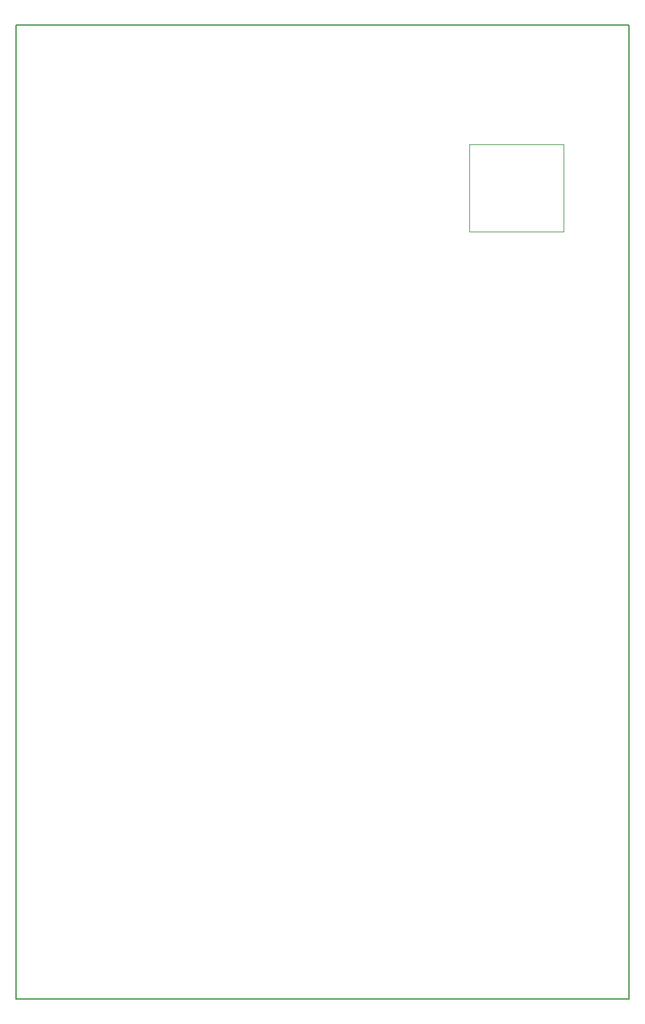
<source format=gbr>
%TF.GenerationSoftware,KiCad,Pcbnew,(6.0.6)*%
%TF.CreationDate,2022-11-26T14:48:15+01:00*%
%TF.ProjectId,wt,77742e6b-6963-4616-945f-706362585858,rev?*%
%TF.SameCoordinates,Original*%
%TF.FileFunction,Profile,NP*%
%FSLAX46Y46*%
G04 Gerber Fmt 4.6, Leading zero omitted, Abs format (unit mm)*
G04 Created by KiCad (PCBNEW (6.0.6)) date 2022-11-26 14:48:15*
%MOMM*%
%LPD*%
G01*
G04 APERTURE LIST*
%TA.AperFunction,Profile*%
%ADD10C,0.200000*%
%TD*%
%TA.AperFunction,Profile*%
%ADD11C,0.120000*%
%TD*%
G04 APERTURE END LIST*
D10*
X-85000000Y14250000D02*
X-4100000Y14250000D01*
X-4100000Y14250000D02*
X-4100000Y-114250000D01*
X-4100000Y-114250000D02*
X-85000000Y-114250000D01*
X-85000000Y-114250000D02*
X-85000000Y14250000D01*
D11*
%TO.C,REF\u002A\u002A*%
X-25190000Y-1477500D02*
X-12690000Y-1477500D01*
X-12690000Y-1477500D02*
X-12690000Y-12977500D01*
X-12690000Y-12977500D02*
X-25190000Y-12977500D01*
X-25190000Y-12977500D02*
X-25190000Y-1477500D01*
%TD*%
M02*

</source>
